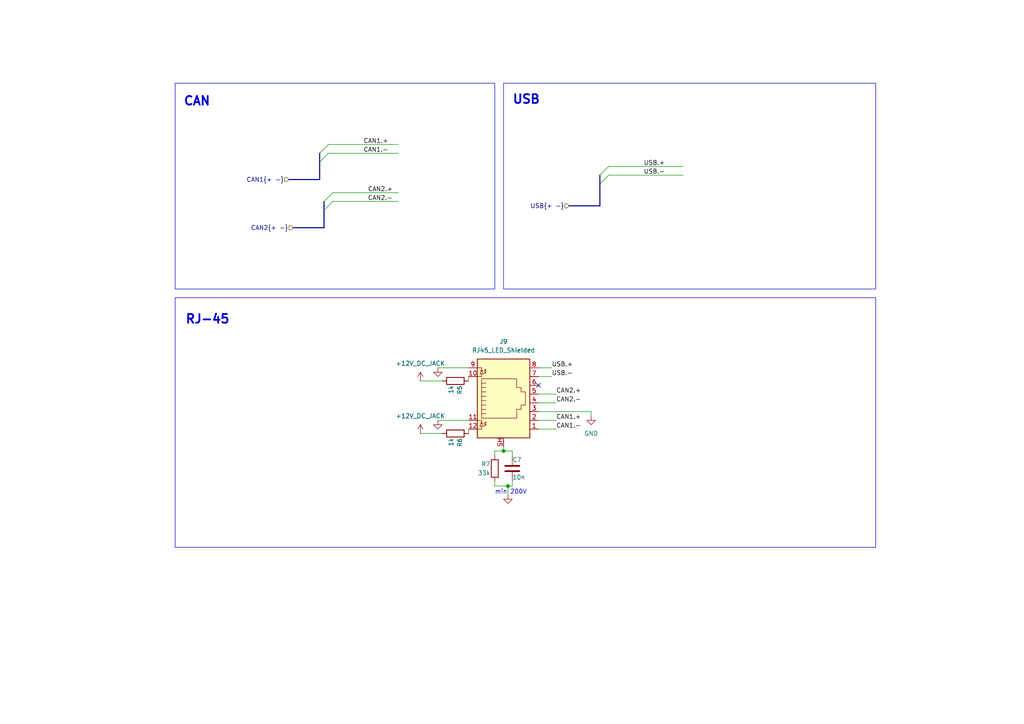
<source format=kicad_sch>
(kicad_sch (version 20231120) (generator "eeschema") (generator_version "8.0")
  (paper "A4")
  (lib_symbols
    (symbol "Connector:RJ45_LED_Shielded" (pin_names (offset 1.016))
      (property "Reference" "J" (at -5.08 13.97 0))
      (property "Value" "RJ45_LED_Shielded" (at 1.27 13.97 0))
      (symbol "RJ45_LED_Shielded_0_1"
        (polyline (pts (xy -7.62 -7.62) (xy -6.35 -7.62)))
        (polyline (pts (xy -7.62 -5.08) (xy -6.35 -5.08)))
        (polyline (pts (xy -7.62 7.62) (xy -6.35 7.62)))
        (polyline (pts (xy -7.62 10.16) (xy -6.35 10.16)))
        (polyline (pts (xy -6.858 -5.842) (xy -5.842 -5.842)))
        (polyline (pts (xy -6.858 9.398) (xy -5.842 9.398)))
        (polyline (pts (xy -6.35 -7.62) (xy -6.35 -6.858)))
        (polyline (pts (xy -6.35 -5.08) (xy -6.35 -5.842)))
        (polyline (pts (xy -6.35 7.62) (xy -6.35 8.382)))
        (polyline (pts (xy -6.35 10.16) (xy -6.35 9.398)))
        (polyline (pts (xy -5.08 -6.223) (xy -5.207 -6.604)))
        (polyline (pts (xy -5.08 -5.588) (xy -5.207 -5.969)))
        (polyline (pts (xy -5.08 4.445) (xy -6.35 4.445)))
        (polyline (pts (xy -5.08 5.715) (xy -6.35 5.715)))
        (polyline (pts (xy -5.08 9.017) (xy -5.207 8.636)))
        (polyline (pts (xy -5.08 9.652) (xy -5.207 9.271)))
        (polyline (pts (xy -6.35 -3.175) (xy -5.08 -3.175) (xy -5.08 -3.175)))
        (polyline (pts (xy -6.35 -1.905) (xy -5.08 -1.905) (xy -5.08 -1.905)))
        (polyline (pts (xy -6.35 -0.635) (xy -5.08 -0.635) (xy -5.08 -0.635)))
        (polyline (pts (xy -6.35 0.635) (xy -5.08 0.635) (xy -5.08 0.635)))
        (polyline (pts (xy -6.35 1.905) (xy -5.08 1.905) (xy -5.08 1.905)))
        (polyline (pts (xy -5.588 -6.731) (xy -5.08 -6.223) (xy -5.461 -6.35)))
        (polyline (pts (xy -5.588 -6.096) (xy -5.08 -5.588) (xy -5.461 -5.715)))
        (polyline (pts (xy -5.588 8.509) (xy -5.08 9.017) (xy -5.461 8.89)))
        (polyline (pts (xy -5.588 9.144) (xy -5.08 9.652) (xy -5.461 9.525)))
        (polyline (pts (xy -5.08 3.175) (xy -6.35 3.175) (xy -6.35 3.175)))
        (polyline (pts (xy -6.35 -5.842) (xy -6.858 -6.858) (xy -5.842 -6.858) (xy -6.35 -5.842)))
        (polyline (pts (xy -6.35 9.398) (xy -6.858 8.382) (xy -5.842 8.382) (xy -6.35 9.398)))
        (polyline (pts (xy -6.35 -4.445) (xy -6.35 6.985) (xy 3.81 6.985) (xy 3.81 4.445) (xy 5.08 4.445) (xy 5.08 3.175) (xy 6.35 3.175) (xy 6.35 -0.635) (xy 5.08 -0.635) (xy 5.08 -1.905) (xy 3.81 -1.905) (xy 3.81 -4.445) (xy -6.35 -4.445) (xy -6.35 -4.445)))
        (rectangle (start 7.62 12.7) (end -7.62 -10.16) (stroke (width 0.254)) (fill (type background)))
      )
      (symbol "RJ45_LED_Shielded_1_1"
        (pin passive line (at 10.16 -7.62 180) (length 2.54) (name "~") (number "1"))
        (pin passive line (at -10.16 7.62 0) (length 2.54) (name "~") (number "10"))
        (pin passive line (at -10.16 -5.08 0) (length 2.54) (name "~") (number "11"))
        (pin passive line (at -10.16 -7.62 0) (length 2.54) (name "~") (number "12"))
        (pin passive line (at 10.16 -5.08 180) (length 2.54) (name "~") (number "2"))
        (pin passive line (at 10.16 -2.54 180) (length 2.54) (name "~") (number "3"))
        (pin passive line (at 10.16 0 180) (length 2.54) (name "~") (number "4"))
        (pin passive line (at 10.16 2.54 180) (length 2.54) (name "~") (number "5"))
        (pin passive line (at 10.16 5.08 180) (length 2.54) (name "~") (number "6"))
        (pin passive line (at 10.16 7.62 180) (length 2.54) (name "~") (number "7"))
        (pin passive line (at 10.16 10.16 180) (length 2.54) (name "~") (number "8"))
        (pin passive line (at -10.16 10.16 0) (length 2.54) (name "~") (number "9"))
        (pin passive line (at 0 -12.7 90) (length 2.54) (name "~") (number "SH"))
      )
    )
    (symbol "Device:C" (pin_numbers hide) (pin_names (offset 0.254))
      (property "Reference" "C" (at 0.635 2.54 0))
      (property "Value" "C" (at 0.635 -2.54 0))
      (symbol "C_0_1"
        (polyline (pts (xy -2.032 -0.762) (xy 2.032 -0.762)) (stroke (width 0.508)))
        (polyline (pts (xy -2.032 0.762) (xy 2.032 0.762)) (stroke (width 0.508)))
      )
      (symbol "C_1_1"
        (pin passive line (at 0 3.81 270) (length 2.794) (name "~") (number "1"))
        (pin passive line (at 0 -3.81 90) (length 2.794) (name "~") (number "2"))
      )
    )
    (symbol "Device:R" (pin_numbers hide) (pin_names (offset 0))
      (property "Reference" "R" (at 2.032 0 90))
      (property "Value" "R" (at 0 0 90))
      (symbol "R_0_1"
        (rectangle (start -1.016 -2.54) (end 1.016 2.54) (stroke (width 0.254)))
      )
      (symbol "R_1_1"
        (pin passive line (at 0 3.81 270) (length 1.27) (name "~") (number "1"))
        (pin passive line (at 0 -3.81 90) (length 1.27) (name "~") (number "2"))
      )
    )
    (symbol "power:+12V" (power) (pin_numbers hide) (pin_names (offset 0) hide)
      (property "Value" "+12V" (at 0 3.556 0))
      (symbol "+12V_0_1"
        (polyline (pts (xy -0.762 1.27) (xy 0 2.54)))
        (polyline (pts (xy 0 0) (xy 0 2.54)))
        (polyline (pts (xy 0 2.54) (xy 0.762 1.27)))
      )
      (symbol "+12V_1_1"
        (pin power_in line (at 0 0 90) (length 0) (name "~") (number "1"))
      )
    )
    (symbol "power:GND" (power) (pin_names (offset 0))
      (property "Value" "GND" (at 0 -3.81 0))
      (symbol "GND_0_1"
        (polyline (pts (xy 0 0) (xy 0 -1.27) (xy 1.27 -1.27) (xy 0 -2.54) (xy -1.27 -1.27) (xy 0 -1.27)))
      )
      (symbol "GND_1_1"
        (pin power_in line (at 0 0 270) (length 0) hide (name "GND") (number "1"))
      )
    )
  )
  (junction (at 147.32 140.97))
  (junction (at 146.05 130.81))
  (no_connect (at 156.21 111.76))
  (bus_entry (at 173.99 50.8) (size 2.54 -2.54))
  (bus_entry (at 93.98 58.42) (size 2.54 -2.54))
  (bus_entry (at 92.71 44.45) (size 2.54 -2.54))
  (bus_entry (at 92.71 46.99) (size 2.54 -2.54))
  (bus_entry (at 173.99 53.34) (size 2.54 -2.54))
  (bus_entry (at 93.98 60.96) (size 2.54 -2.54))
  (wire (pts (xy 135.89 125.73) (xy 135.89 124.46)))
  (bus (pts (xy 93.98 58.42) (xy 93.98 60.96)))
  (wire (pts (xy 156.21 109.22) (xy 160.02 109.22)))
  (wire (pts (xy 121.92 125.73) (xy 128.27 125.73)))
  (wire (pts (xy 156.21 116.84) (xy 161.29 116.84)))
  (bus (pts (xy 83.82 52.07) (xy 92.71 52.07)))
  (bus (pts (xy 93.98 60.96) (xy 93.98 66.04)))
  (wire (pts (xy 156.21 114.3) (xy 161.29 114.3)))
  (wire (pts (xy 143.51 139.7) (xy 143.51 140.97)))
  (wire (pts (xy 156.21 119.38) (xy 171.45 119.38)))
  (bus (pts (xy 173.99 50.8) (xy 173.99 53.34)))
  (wire (pts (xy 96.52 58.42) (xy 115.57 58.42)))
  (wire (pts (xy 96.52 55.88) (xy 115.57 55.88)))
  (bus (pts (xy 165.1 59.69) (xy 173.99 59.69)))
  (wire (pts (xy 148.59 140.97) (xy 148.59 139.7)))
  (wire (pts (xy 171.45 119.38) (xy 171.45 120.65)))
  (bus (pts (xy 92.71 44.45) (xy 92.71 46.99)))
  (bus (pts (xy 173.99 53.34) (xy 173.99 59.69)))
  (bus (pts (xy 92.71 46.99) (xy 92.71 52.07)))
  (wire (pts (xy 127 121.92) (xy 135.89 121.92)))
  (wire (pts (xy 176.53 48.26) (xy 198.12 48.26)))
  (wire (pts (xy 156.21 124.46) (xy 161.29 124.46)))
  (wire (pts (xy 156.21 106.68) (xy 160.02 106.68)))
  (wire (pts (xy 176.53 50.8) (xy 198.12 50.8)))
  (wire (pts (xy 148.59 130.81) (xy 148.59 132.08)))
  (wire (pts (xy 135.89 109.22) (xy 135.89 110.49)))
  (wire (pts (xy 146.05 129.54) (xy 146.05 130.81)))
  (wire (pts (xy 128.27 110.49) (xy 121.92 110.49)))
  (wire (pts (xy 95.25 44.45) (xy 115.57 44.45)))
  (wire (pts (xy 127 106.68) (xy 135.89 106.68)))
  (wire (pts (xy 146.05 130.81) (xy 148.59 130.81)))
  (wire (pts (xy 147.32 140.97) (xy 147.32 143.51)))
  (wire (pts (xy 95.25 41.91) (xy 115.57 41.91)))
  (wire (pts (xy 143.51 140.97) (xy 147.32 140.97)))
  (bus (pts (xy 85.09 66.04) (xy 93.98 66.04)))
  (wire (pts (xy 156.21 121.92) (xy 161.29 121.92)))
  (wire (pts (xy 146.05 130.81) (xy 143.51 130.81)))
  (wire (pts (xy 143.51 130.81) (xy 143.51 132.08)))
  (wire (pts (xy 147.32 140.97) (xy 148.59 140.97)))
  (rectangle (start 50.8 86.36) (end 254 158.75))
  (rectangle (start 146.05 24.13) (end 254 83.82))
  (rectangle (start 50.8 24.13) (end 143.51 83.82))
  (text "USB" (at 152.654 28.956 0) (effects (font (size 2.54 2.54) (thickness 0.508) (bold yes))))
  (text "RJ-45" (at 60.198 92.71 0) (effects (font (size 2.54 2.54) (thickness 0.508) (bold yes))))
  (text "min 200V" (at 143.51 143.51 0) (effects (font (size 1.27 1.27)) (justify left bottom)))
  (text "CAN" (at 57.15 29.464 0) (effects (font (size 2.54 2.54) (thickness 0.508) (bold yes))))
  (label "CAN1.-" (at 105.41 44.45 0))
  (label "CAN1.+" (at 161.29 121.92 0))
  (label "USB.+" (at 186.69 48.26 0))
  (label "CAN2.+" (at 106.68 55.88 0))
  (label "CAN1.-" (at 161.29 124.46 0))
  (label "USB.+" (at 160.02 106.68 0))
  (label "USB.-" (at 160.02 109.22 0))
  (label "USB.-" (at 186.69 50.8 0))
  (label "CAN2.+" (at 161.29 114.3 0))
  (label "CAN1.+" (at 105.41 41.91 0))
  (label "CAN2.-" (at 161.29 116.84 0))
  (label "CAN2.-" (at 106.68 58.42 0))
  (hierarchical_label "CAN1{+ -}" (shape input) (at 83.82 52.07 180))
  (hierarchical_label "CAN2{+ -}" (shape input) (at 85.09 66.04 180))
  (hierarchical_label "USB{+ -}" (shape input) (at 165.1 59.69 180) (effects (font (thickness 0.1588))))
  (symbol (lib_id "power:GND") (at 147.32 143.51 0) (unit 1)
    (property "Reference" "#PWR057" (effects (hide yes)))
    (property "Value" "GND" (effects (hide yes)))
  )
  (symbol (lib_id "Device:R") (at 132.08 125.73 270) (unit 1)
    (property "Reference" "R6" (at 133.35 127 0) (effects (justify left)))
    (property "Value" "1k" (at 130.81 127 0) (effects (justify left)))
    (property "Footprint" "Resistor_SMD:R_0402_1005Metric" (effects (hide yes)))
  )
  (symbol (lib_id "power:GND") (at 127 121.92 0) (unit 1)
    (property "Reference" "#PWR054" (effects (hide yes)))
    (property "Value" "GND" (effects (hide yes)))
  )
  (symbol (lib_id "Connector:RJ45_LED_Shielded") (at 146.05 116.84 0) (unit 1)
    (property "Reference" "J9" (at 146.05 99.06 0))
    (property "Value" "RJ45_LED_Shielded" (at 146.05 101.6 0))
    (property "Footprint" "Connector_RJ:RJ45_Amphenol_RJHSE538X" (effects (hide yes)))
    (property "Description" "RJ connector, 8P8C (8 positions 8 connected), two LEDs, Shielded" (effects (hide yes)))
  )
  (symbol (lib_id "power:GND") (at 171.45 120.65 0) (unit 1)
    (property "Reference" "#PWR058" (effects (hide yes)))
    (property "Value" "GND" (at 171.45 125.73 0))
    (property "Description" "Power symbol creates a global label with name \"GND\" , ground" (effects (hide yes)))
  )
  (symbol (lib_id "Device:R") (at 132.08 110.49 270) (unit 1)
    (property "Reference" "R5" (at 133.35 111.76 0) (effects (justify left)))
    (property "Value" "1k" (at 130.81 111.76 0) (effects (justify left)))
    (property "Footprint" "Resistor_SMD:R_0402_1005Metric" (effects (hide yes)))
  )
  (symbol (lib_id "Device:R") (at 143.51 135.89 0) (unit 1)
    (property "Reference" "R7" (at 142.24 134.62 0) (effects (justify right)))
    (property "Value" "33k" (at 142.24 137.16 0) (effects (justify right)))
    (property "Footprint" "Resistor_SMD:R_0402_1005Metric" (effects (hide yes)))
  )
  (symbol (lib_id "power:+12V") (at 121.92 125.73 0) (unit 1)
    (property "Reference" "#PWR056" (effects (hide yes)))
    (property "Value" "+12V_DC_JACK" (at 121.92 120.65 0))
    (property "Description" "Power symbol creates a global label with name \"+12V\"" (effects (hide yes)))
  )
  (symbol (lib_id "power:GND") (at 127 106.68 0) (unit 1)
    (property "Reference" "#PWR053" (effects (hide yes)))
    (property "Value" "GND" (effects (hide yes)))
  )
  (symbol (lib_id "power:+12V") (at 121.92 110.49 0) (unit 1)
    (property "Reference" "#PWR055" (effects (hide yes)))
    (property "Value" "+12V_DC_JACK" (at 121.92 105.41 0))
    (property "Description" "Power symbol creates a global label with name \"+12V\"" (effects (hide yes)))
  )
  (symbol (lib_id "Device:C") (at 148.59 135.89 0) (unit 1)
    (property "Reference" "C7" (at 148.59 133.35 0) (effects (justify left)))
    (property "Value" "10n" (at 148.59 138.43 0) (effects (justify left)))
    (property "Footprint" "Capacitor_SMD:C_0402_1005Metric" (effects (hide yes)))
  )
)
</source>
